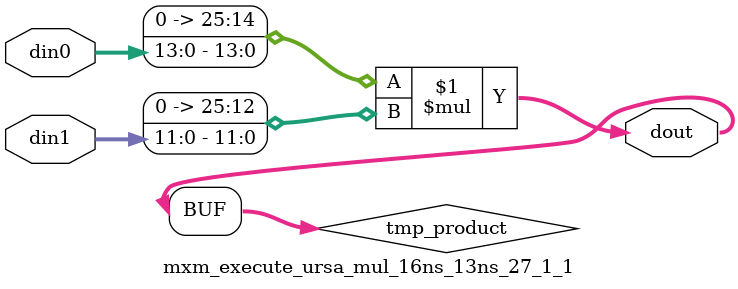
<source format=v>

`timescale 1 ns / 1 ps

  module mxm_execute_ursa_mul_16ns_13ns_27_1_1(din0, din1, dout);
parameter ID = 1;
parameter NUM_STAGE = 0;
parameter din0_WIDTH = 14;
parameter din1_WIDTH = 12;
parameter dout_WIDTH = 26;

input [din0_WIDTH - 1 : 0] din0; 
input [din1_WIDTH - 1 : 0] din1; 
output [dout_WIDTH - 1 : 0] dout;

wire signed [dout_WIDTH - 1 : 0] tmp_product;










assign tmp_product = $signed({1'b0, din0}) * $signed({1'b0, din1});











assign dout = tmp_product;







endmodule

</source>
